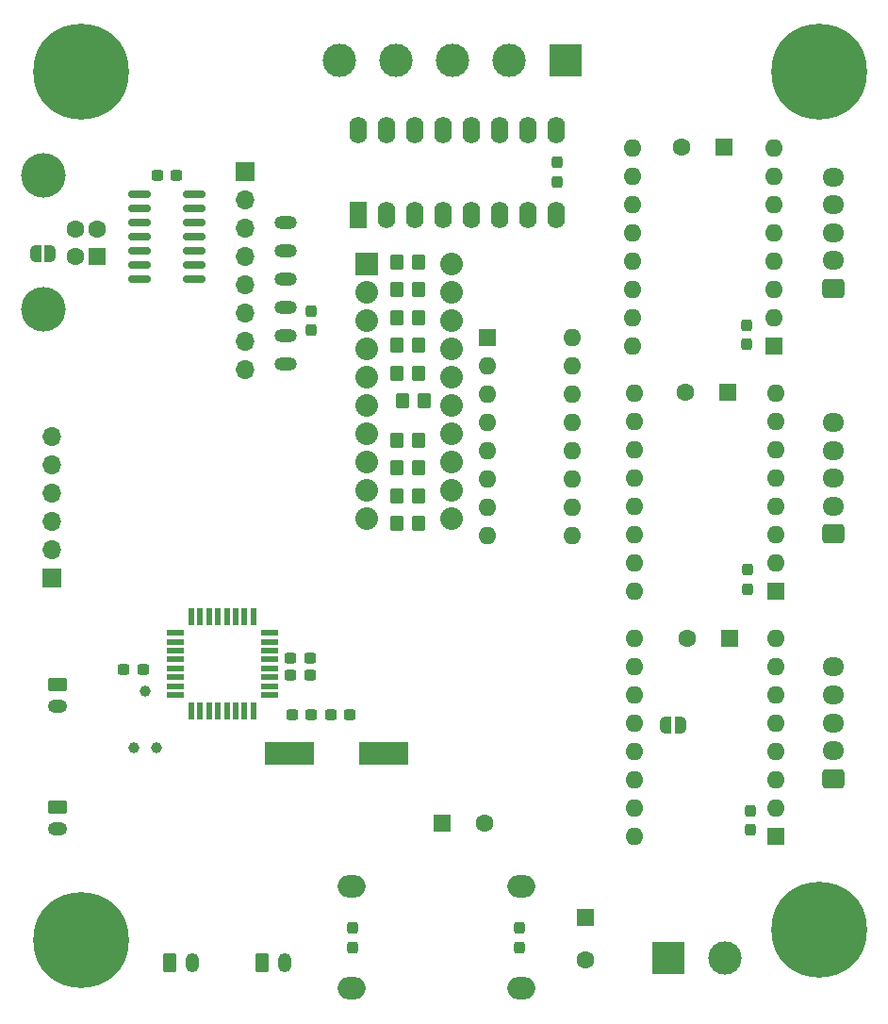
<source format=gbr>
%TF.GenerationSoftware,KiCad,Pcbnew,7.0.1-3b83917a11~172~ubuntu22.10.1*%
%TF.CreationDate,2023-08-26T15:52:07+02:00*%
%TF.ProjectId,controller,636f6e74-726f-46c6-9c65-722e6b696361,rev?*%
%TF.SameCoordinates,Original*%
%TF.FileFunction,Soldermask,Bot*%
%TF.FilePolarity,Negative*%
%FSLAX46Y46*%
G04 Gerber Fmt 4.6, Leading zero omitted, Abs format (unit mm)*
G04 Created by KiCad (PCBNEW 7.0.1-3b83917a11~172~ubuntu22.10.1) date 2023-08-26 15:52:07*
%MOMM*%
%LPD*%
G01*
G04 APERTURE LIST*
G04 Aperture macros list*
%AMRoundRect*
0 Rectangle with rounded corners*
0 $1 Rounding radius*
0 $2 $3 $4 $5 $6 $7 $8 $9 X,Y pos of 4 corners*
0 Add a 4 corners polygon primitive as box body*
4,1,4,$2,$3,$4,$5,$6,$7,$8,$9,$2,$3,0*
0 Add four circle primitives for the rounded corners*
1,1,$1+$1,$2,$3*
1,1,$1+$1,$4,$5*
1,1,$1+$1,$6,$7*
1,1,$1+$1,$8,$9*
0 Add four rect primitives between the rounded corners*
20,1,$1+$1,$2,$3,$4,$5,0*
20,1,$1+$1,$4,$5,$6,$7,0*
20,1,$1+$1,$6,$7,$8,$9,0*
20,1,$1+$1,$8,$9,$2,$3,0*%
%AMFreePoly0*
4,1,19,0.500000,-0.750000,0.000000,-0.750000,0.000000,-0.744911,-0.071157,-0.744911,-0.207708,-0.704816,-0.327430,-0.627875,-0.420627,-0.520320,-0.479746,-0.390866,-0.500000,-0.250000,-0.500000,0.250000,-0.479746,0.390866,-0.420627,0.520320,-0.327430,0.627875,-0.207708,0.704816,-0.071157,0.744911,0.000000,0.744911,0.000000,0.750000,0.500000,0.750000,0.500000,-0.750000,0.500000,-0.750000,
$1*%
%AMFreePoly1*
4,1,19,0.000000,0.744911,0.071157,0.744911,0.207708,0.704816,0.327430,0.627875,0.420627,0.520320,0.479746,0.390866,0.500000,0.250000,0.500000,-0.250000,0.479746,-0.390866,0.420627,-0.520320,0.327430,-0.627875,0.207708,-0.704816,0.071157,-0.744911,0.000000,-0.744911,0.000000,-0.750000,-0.500000,-0.750000,-0.500000,0.750000,0.000000,0.750000,0.000000,0.744911,0.000000,0.744911,
$1*%
G04 Aperture macros list end*
%ADD10O,2.500000X2.000000*%
%ADD11RoundRect,0.237500X-0.237500X0.300000X-0.237500X-0.300000X0.237500X-0.300000X0.237500X0.300000X0*%
%ADD12FreePoly0,180.000000*%
%ADD13FreePoly1,180.000000*%
%ADD14R,4.500000X2.000000*%
%ADD15O,2.000000X1.200000*%
%ADD16RoundRect,0.150000X0.825000X0.150000X-0.825000X0.150000X-0.825000X-0.150000X0.825000X-0.150000X0*%
%ADD17R,0.550000X1.600000*%
%ADD18R,1.600000X0.550000*%
%ADD19R,1.600000X2.400000*%
%ADD20O,1.600000X2.400000*%
%ADD21R,1.600000X1.600000*%
%ADD22O,1.600000X1.600000*%
%ADD23RoundRect,0.250000X-0.350000X-0.450000X0.350000X-0.450000X0.350000X0.450000X-0.350000X0.450000X0*%
%ADD24RoundRect,0.250000X0.350000X0.450000X-0.350000X0.450000X-0.350000X-0.450000X0.350000X-0.450000X0*%
%ADD25C,4.000000*%
%ADD26C,1.600000*%
%ADD27RoundRect,0.250000X0.725000X-0.600000X0.725000X0.600000X-0.725000X0.600000X-0.725000X-0.600000X0*%
%ADD28O,1.950000X1.700000*%
%ADD29O,1.700000X1.700000*%
%ADD30R,1.700000X1.700000*%
%ADD31C,0.990600*%
%ADD32C,3.000000*%
%ADD33R,3.000000X3.000000*%
%ADD34O,1.750000X1.200000*%
%ADD35RoundRect,0.250000X-0.625000X0.350000X-0.625000X-0.350000X0.625000X-0.350000X0.625000X0.350000X0*%
%ADD36O,1.200000X1.750000*%
%ADD37RoundRect,0.250000X-0.350000X-0.625000X0.350000X-0.625000X0.350000X0.625000X-0.350000X0.625000X0*%
%ADD38C,8.600000*%
%ADD39C,0.900000*%
%ADD40RoundRect,0.237500X0.300000X0.237500X-0.300000X0.237500X-0.300000X-0.237500X0.300000X-0.237500X0*%
%ADD41RoundRect,0.237500X-0.300000X-0.237500X0.300000X-0.237500X0.300000X0.237500X-0.300000X0.237500X0*%
%ADD42RoundRect,0.237500X0.237500X-0.300000X0.237500X0.300000X-0.237500X0.300000X-0.237500X-0.300000X0*%
%ADD43R,2.032000X2.032000*%
%ADD44C,2.032000*%
G04 APERTURE END LIST*
D10*
%TO.C,U2*%
X80520419Y-109317349D03*
X80520419Y-100177349D03*
X65280419Y-109317349D03*
X65280419Y-100177349D03*
%TD*%
D11*
%TO.C,C19*%
X83780419Y-35137500D03*
X83780419Y-36862500D03*
%TD*%
D12*
%TO.C,JP2*%
X94832919Y-85658750D03*
D13*
X93532919Y-85658750D03*
%TD*%
D14*
%TO.C,Y1*%
X68200000Y-88180000D03*
X59700000Y-88180000D03*
%TD*%
D15*
%TO.C,U5*%
X59357919Y-53235000D03*
X59357919Y-50695000D03*
X59357919Y-48155000D03*
X59357919Y-45615000D03*
X59357919Y-43075000D03*
X59357919Y-40535000D03*
%TD*%
D16*
%TO.C,U4*%
X46227919Y-38020000D03*
X46227919Y-39290000D03*
X46227919Y-40560000D03*
X46227919Y-41830000D03*
X46227919Y-43100000D03*
X46227919Y-44370000D03*
X46227919Y-45640000D03*
X51177919Y-45640000D03*
X51177919Y-44370000D03*
X51177919Y-43100000D03*
X51177919Y-41830000D03*
X51177919Y-40560000D03*
X51177919Y-39290000D03*
X51177919Y-38020000D03*
%TD*%
D17*
%TO.C,U3*%
X56500000Y-75930000D03*
X55700000Y-75930000D03*
X54900000Y-75930000D03*
X54100000Y-75930000D03*
X53300000Y-75930000D03*
X52500000Y-75930000D03*
X51700000Y-75930000D03*
X50900000Y-75930000D03*
D18*
X49450000Y-77380000D03*
X49450000Y-78180000D03*
X49450000Y-78980000D03*
X49450000Y-79780000D03*
X49450000Y-80580000D03*
X49450000Y-81380000D03*
X49450000Y-82180000D03*
X49450000Y-82980000D03*
D17*
X50900000Y-84430000D03*
X51700000Y-84430000D03*
X52500000Y-84430000D03*
X53300000Y-84430000D03*
X54100000Y-84430000D03*
X54900000Y-84430000D03*
X55700000Y-84430000D03*
X56500000Y-84430000D03*
D18*
X57950000Y-82980000D03*
X57950000Y-82180000D03*
X57950000Y-81380000D03*
X57950000Y-80580000D03*
X57950000Y-79780000D03*
X57950000Y-78980000D03*
X57950000Y-78180000D03*
X57950000Y-77380000D03*
%TD*%
D19*
%TO.C,U1*%
X65905419Y-39825000D03*
D20*
X68445419Y-39825000D03*
X70985419Y-39825000D03*
X73525419Y-39825000D03*
X76065419Y-39825000D03*
X78605419Y-39825000D03*
X81145419Y-39825000D03*
X83685419Y-39825000D03*
X83685419Y-32205000D03*
X81145419Y-32205000D03*
X78605419Y-32205000D03*
X76065419Y-32205000D03*
X73525419Y-32205000D03*
X70985419Y-32205000D03*
X68445419Y-32205000D03*
X65905419Y-32205000D03*
%TD*%
D21*
%TO.C,SW1*%
X77512919Y-50850000D03*
D22*
X77512919Y-53390000D03*
X77512919Y-55930000D03*
X77512919Y-58470000D03*
X77512919Y-61010000D03*
X77512919Y-63550000D03*
X77512919Y-66090000D03*
X77512919Y-68630000D03*
X85132919Y-68630000D03*
X85132919Y-66090000D03*
X85132919Y-63550000D03*
X85132919Y-61010000D03*
X85132919Y-58470000D03*
X85132919Y-55930000D03*
X85132919Y-53390000D03*
X85132919Y-50850000D03*
%TD*%
D23*
%TO.C,R10*%
X69862919Y-56572500D03*
X71862919Y-56572500D03*
%TD*%
%TO.C,R9*%
X69362919Y-54072500D03*
X71362919Y-54072500D03*
%TD*%
%TO.C,R8*%
X69362919Y-51572500D03*
X71362919Y-51572500D03*
%TD*%
%TO.C,R7*%
X69362919Y-49072500D03*
X71362919Y-49072500D03*
%TD*%
%TO.C,R6*%
X69362919Y-46572500D03*
X71362919Y-46572500D03*
%TD*%
%TO.C,R5*%
X69362919Y-44072500D03*
X71362919Y-44072500D03*
%TD*%
D24*
%TO.C,R4*%
X71362919Y-67572500D03*
X69362919Y-67572500D03*
%TD*%
%TO.C,R3*%
X71362919Y-65072500D03*
X69362919Y-65072500D03*
%TD*%
%TO.C,R2*%
X71362919Y-62572500D03*
X69362919Y-62572500D03*
%TD*%
%TO.C,R1*%
X71362919Y-60072500D03*
X69362919Y-60072500D03*
%TD*%
D13*
%TO.C,JP1*%
X36945419Y-43300000D03*
D12*
X38245419Y-43300000D03*
%TD*%
D25*
%TO.C,J14*%
X37630419Y-48350000D03*
X37630419Y-36350000D03*
D26*
X40490419Y-43600000D03*
X40490419Y-41100000D03*
X42490419Y-41100000D03*
D21*
X42490419Y-43600000D03*
%TD*%
D27*
%TO.C,J13*%
X108557919Y-90458750D03*
D28*
X108557919Y-87958750D03*
X108557919Y-85458750D03*
X108557919Y-82958750D03*
X108557919Y-80458750D03*
%TD*%
D27*
%TO.C,J12*%
X108557919Y-68498750D03*
D28*
X108557919Y-65998750D03*
X108557919Y-63498750D03*
X108557919Y-60998750D03*
X108557919Y-58498750D03*
%TD*%
D27*
%TO.C,J11*%
X108557919Y-46458750D03*
D28*
X108557919Y-43958750D03*
X108557919Y-41458750D03*
X108557919Y-38958750D03*
X108557919Y-36458750D03*
%TD*%
D29*
%TO.C,J10*%
X55702919Y-53755000D03*
X55702919Y-51215000D03*
X55702919Y-48675000D03*
X55702919Y-46135000D03*
X55702919Y-43595000D03*
X55702919Y-41055000D03*
X55702919Y-38515000D03*
D30*
X55702919Y-35975000D03*
%TD*%
D31*
%TO.C,J9*%
X46780419Y-82640000D03*
X47796419Y-87720000D03*
X45764419Y-87720000D03*
%TD*%
D29*
%TO.C,J8*%
X38400000Y-59720000D03*
X38400000Y-62260000D03*
X38400000Y-64800000D03*
X38400000Y-67340000D03*
X38400000Y-69880000D03*
D30*
X38400000Y-72420000D03*
%TD*%
D32*
%TO.C,J6*%
X64180000Y-26000000D03*
X69260000Y-26000000D03*
X74340000Y-26000000D03*
X79420000Y-26000000D03*
D33*
X84500000Y-26000000D03*
%TD*%
D32*
%TO.C,J5*%
X98820419Y-106580000D03*
D33*
X93740419Y-106580000D03*
%TD*%
D34*
%TO.C,J4*%
X38900000Y-84000000D03*
D35*
X38900000Y-82000000D03*
%TD*%
D36*
%TO.C,J3*%
X51000000Y-107000000D03*
D37*
X49000000Y-107000000D03*
%TD*%
D35*
%TO.C,J2*%
X38900000Y-93000000D03*
D34*
X38900000Y-95000000D03*
%TD*%
D36*
%TO.C,J1*%
X59280419Y-107000000D03*
D37*
X57280419Y-107000000D03*
%TD*%
D38*
%TO.C,H4*%
X107280419Y-104000000D03*
D39*
X107280419Y-107225000D03*
X105000000Y-106280419D03*
X109560838Y-101719581D03*
X109560838Y-106280419D03*
X104055419Y-104000000D03*
X105000000Y-101719581D03*
X107280419Y-100775000D03*
X110505419Y-104000000D03*
%TD*%
D38*
%TO.C,H3*%
X107280419Y-27000000D03*
D39*
X107280419Y-30225000D03*
X105000000Y-29280419D03*
X109560838Y-24719581D03*
X109560838Y-29280419D03*
X104055419Y-27000000D03*
X105000000Y-24719581D03*
X107280419Y-23775000D03*
X110505419Y-27000000D03*
%TD*%
%TO.C,H2*%
X44225000Y-105000000D03*
X41000000Y-101775000D03*
X38719581Y-102719581D03*
X37775000Y-105000000D03*
X43280419Y-107280419D03*
X43280419Y-102719581D03*
X38719581Y-107280419D03*
X41000000Y-108225000D03*
D38*
X41000000Y-105000000D03*
%TD*%
D39*
%TO.C,H1*%
X44225000Y-27000000D03*
X41000000Y-23775000D03*
X38719581Y-24719581D03*
X37775000Y-27000000D03*
X43280419Y-29280419D03*
X43280419Y-24719581D03*
X38719581Y-29280419D03*
X41000000Y-30225000D03*
D38*
X41000000Y-27000000D03*
%TD*%
D21*
%TO.C,C18*%
X99282919Y-77858750D03*
D26*
X95482919Y-77858750D03*
%TD*%
D11*
%TO.C,C17*%
X100782919Y-49736250D03*
X100782919Y-51461250D03*
%TD*%
D21*
%TO.C,C16*%
X99080419Y-55748750D03*
D26*
X95280419Y-55748750D03*
%TD*%
D11*
%TO.C,C15*%
X100897919Y-71736250D03*
X100897919Y-73461250D03*
%TD*%
D21*
%TO.C,C14*%
X98745570Y-33748750D03*
D26*
X94945570Y-33748750D03*
%TD*%
D11*
%TO.C,C13*%
X101122919Y-93346250D03*
X101122919Y-95071250D03*
%TD*%
D40*
%TO.C,C12*%
X63437500Y-84700000D03*
X65162500Y-84700000D03*
%TD*%
D41*
%TO.C,C11*%
X61662500Y-84700000D03*
X59937500Y-84700000D03*
%TD*%
D40*
%TO.C,C9*%
X44837500Y-80680000D03*
X46562500Y-80680000D03*
%TD*%
D41*
%TO.C,C8*%
X61562500Y-81180000D03*
X59837500Y-81180000D03*
%TD*%
%TO.C,C7*%
X61562500Y-79680000D03*
X59837500Y-79680000D03*
%TD*%
D11*
%TO.C,C6*%
X65400419Y-105629849D03*
X65400419Y-103904849D03*
%TD*%
D40*
%TO.C,C5*%
X47840419Y-36350000D03*
X49565419Y-36350000D03*
%TD*%
D26*
%TO.C,C4*%
X77280419Y-94500000D03*
D21*
X73480419Y-94500000D03*
%TD*%
D42*
%TO.C,C3*%
X61702919Y-48487500D03*
X61702919Y-50212500D03*
%TD*%
D26*
%TO.C,C2*%
X86280419Y-106764698D03*
D21*
X86280419Y-102964698D03*
%TD*%
D11*
%TO.C,C1*%
X80400419Y-105629849D03*
X80400419Y-103904849D03*
%TD*%
D43*
%TO.C,BAR1*%
X66660419Y-44250000D03*
D44*
X66660419Y-46790000D03*
X66660419Y-49330000D03*
X66660419Y-51870000D03*
X66660419Y-54410000D03*
X66660419Y-56950000D03*
X66660419Y-59490000D03*
X66660419Y-62030000D03*
X66660419Y-64570000D03*
X66660419Y-67110000D03*
X74280419Y-67110000D03*
X74280419Y-64570000D03*
X74280419Y-62030000D03*
X74280419Y-59490000D03*
X74280419Y-56950000D03*
X74280419Y-54410000D03*
X74280419Y-51870000D03*
X74280419Y-49330000D03*
X74280419Y-46790000D03*
X74280419Y-44250000D03*
%TD*%
D21*
%TO.C,A3*%
X103375570Y-95678750D03*
D22*
X103375570Y-93138750D03*
X103375570Y-90598750D03*
X103375570Y-88058750D03*
X103375570Y-85518750D03*
X103375570Y-82978750D03*
X103375570Y-80438750D03*
X103375570Y-77898750D03*
X90675570Y-77898750D03*
X90675570Y-80438750D03*
X90675570Y-82978750D03*
X90675570Y-85518750D03*
X90675570Y-88058750D03*
X90675570Y-90598750D03*
X90675570Y-93138750D03*
X90675570Y-95678750D03*
%TD*%
D21*
%TO.C,A2*%
X103397919Y-73638750D03*
D22*
X103397919Y-71098750D03*
X103397919Y-68558750D03*
X103397919Y-66018750D03*
X103397919Y-63478750D03*
X103397919Y-60938750D03*
X103397919Y-58398750D03*
X103397919Y-55858750D03*
X90697919Y-55858750D03*
X90697919Y-58398750D03*
X90697919Y-60938750D03*
X90697919Y-63478750D03*
X90697919Y-66018750D03*
X90697919Y-68558750D03*
X90697919Y-71098750D03*
X90697919Y-73638750D03*
%TD*%
D21*
%TO.C,A1*%
X103282919Y-51598750D03*
D22*
X103282919Y-49058750D03*
X103282919Y-46518750D03*
X103282919Y-43978750D03*
X103282919Y-41438750D03*
X103282919Y-38898750D03*
X103282919Y-36358750D03*
X103282919Y-33818750D03*
X90582919Y-33818750D03*
X90582919Y-36358750D03*
X90582919Y-38898750D03*
X90582919Y-41438750D03*
X90582919Y-43978750D03*
X90582919Y-46518750D03*
X90582919Y-49058750D03*
X90582919Y-51598750D03*
%TD*%
M02*

</source>
